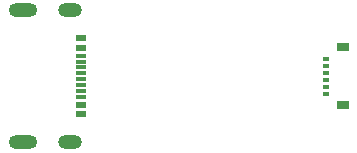
<source format=gbr>
G04*
G04 #@! TF.GenerationSoftware,Altium Limited,Altium Designer,24.8.2 (39)*
G04*
G04 Layer_Color=255*
%FSLAX25Y25*%
%MOIN*%
G70*
G04*
G04 #@! TF.SameCoordinates,C8608415-0D93-4E33-BC52-9C0F9C252278*
G04*
G04*
G04 #@! TF.FilePolarity,Positive*
G04*
G01*
G75*
%ADD12R,0.03543X0.02362*%
%ADD13R,0.03543X0.01181*%
%ADD14R,0.02362X0.01575*%
%ADD15R,0.04134X0.02756*%
%ADD23O,0.09449X0.04724*%
%ADD24O,0.07874X0.04724*%
D12*
X27756Y14922D02*
D03*
Y18071D02*
D03*
Y37048D02*
D03*
Y40197D02*
D03*
D13*
Y34449D02*
D03*
Y32481D02*
D03*
Y30512D02*
D03*
Y28544D02*
D03*
Y26575D02*
D03*
Y24607D02*
D03*
Y22638D02*
D03*
Y20670D02*
D03*
D14*
X109498Y33465D02*
D03*
Y31102D02*
D03*
Y28741D02*
D03*
Y26378D02*
D03*
Y24015D02*
D03*
Y21654D02*
D03*
D15*
X114911Y17914D02*
D03*
Y37205D02*
D03*
D23*
X8287Y49528D02*
D03*
Y5591D02*
D03*
D24*
X24035D02*
D03*
Y49528D02*
D03*
M02*

</source>
